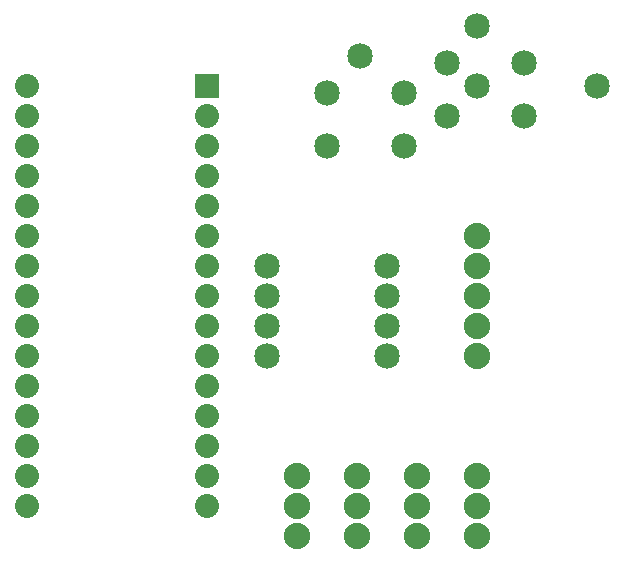
<source format=gts>
G04 MADE WITH FRITZING*
G04 WWW.FRITZING.ORG*
G04 DOUBLE SIDED*
G04 HOLES PLATED*
G04 CONTOUR ON CENTER OF CONTOUR VECTOR*
%ASAXBY*%
%FSLAX23Y23*%
%MOIN*%
%OFA0B0*%
%SFA1.0B1.0*%
%ADD10C,0.080000*%
%ADD11C,0.085000*%
%ADD12C,0.088000*%
%ADD13R,0.079972X0.080000*%
%LNMASK1*%
G90*
G70*
G54D10*
X902Y1852D03*
X902Y1752D03*
X902Y1652D03*
X902Y1552D03*
X902Y1452D03*
X902Y1352D03*
X902Y1252D03*
X902Y1152D03*
X902Y1052D03*
X902Y952D03*
X902Y852D03*
X902Y752D03*
X902Y652D03*
X902Y552D03*
X902Y452D03*
X302Y1852D03*
X302Y1752D03*
X302Y1652D03*
X302Y1552D03*
X302Y1452D03*
X302Y1352D03*
X302Y1252D03*
X302Y1152D03*
X302Y1052D03*
X302Y952D03*
X302Y852D03*
X302Y752D03*
X302Y652D03*
X302Y552D03*
X302Y452D03*
X902Y1852D03*
X902Y1752D03*
X902Y1652D03*
X902Y1552D03*
X902Y1452D03*
X902Y1352D03*
X902Y1252D03*
X902Y1152D03*
X902Y1052D03*
X902Y952D03*
X902Y852D03*
X902Y752D03*
X902Y652D03*
X902Y552D03*
X902Y452D03*
X302Y1852D03*
X302Y1752D03*
X302Y1652D03*
X302Y1552D03*
X302Y1452D03*
X302Y1352D03*
X302Y1252D03*
X302Y1152D03*
X302Y1052D03*
X302Y952D03*
X302Y852D03*
X302Y752D03*
X302Y652D03*
X302Y552D03*
X302Y452D03*
G54D11*
X1502Y1052D03*
X1102Y1052D03*
X1502Y1052D03*
X1102Y1052D03*
X1502Y1152D03*
X1102Y1152D03*
X1502Y1152D03*
X1102Y1152D03*
X1502Y1252D03*
X1102Y1252D03*
X1502Y1252D03*
X1102Y1252D03*
X1502Y952D03*
X1102Y952D03*
X1502Y952D03*
X1102Y952D03*
G54D12*
X1802Y1352D03*
X1802Y1252D03*
X1802Y1152D03*
X1802Y1052D03*
X1802Y952D03*
X1802Y1352D03*
X1802Y1252D03*
X1802Y1152D03*
X1802Y1052D03*
X1802Y952D03*
X1202Y552D03*
X1202Y452D03*
X1202Y352D03*
X1202Y552D03*
X1202Y452D03*
X1202Y352D03*
X1402Y552D03*
X1402Y452D03*
X1402Y352D03*
X1402Y552D03*
X1402Y452D03*
X1402Y352D03*
X1602Y552D03*
X1602Y452D03*
X1602Y352D03*
X1602Y552D03*
X1602Y452D03*
X1602Y352D03*
X1802Y552D03*
X1802Y452D03*
X1802Y352D03*
X1802Y552D03*
X1802Y452D03*
X1802Y352D03*
G54D11*
X1558Y1652D03*
X1302Y1652D03*
X1558Y1829D03*
X1302Y1829D03*
X1958Y1752D03*
X1702Y1752D03*
X1958Y1929D03*
X1702Y1929D03*
X1802Y2052D03*
X1414Y1953D03*
X1802Y2052D03*
X1414Y1953D03*
X2202Y1852D03*
X1802Y1852D03*
X2202Y1852D03*
X1802Y1852D03*
G54D13*
X902Y1852D03*
X902Y1852D03*
G04 End of Mask1*
M02*
</source>
